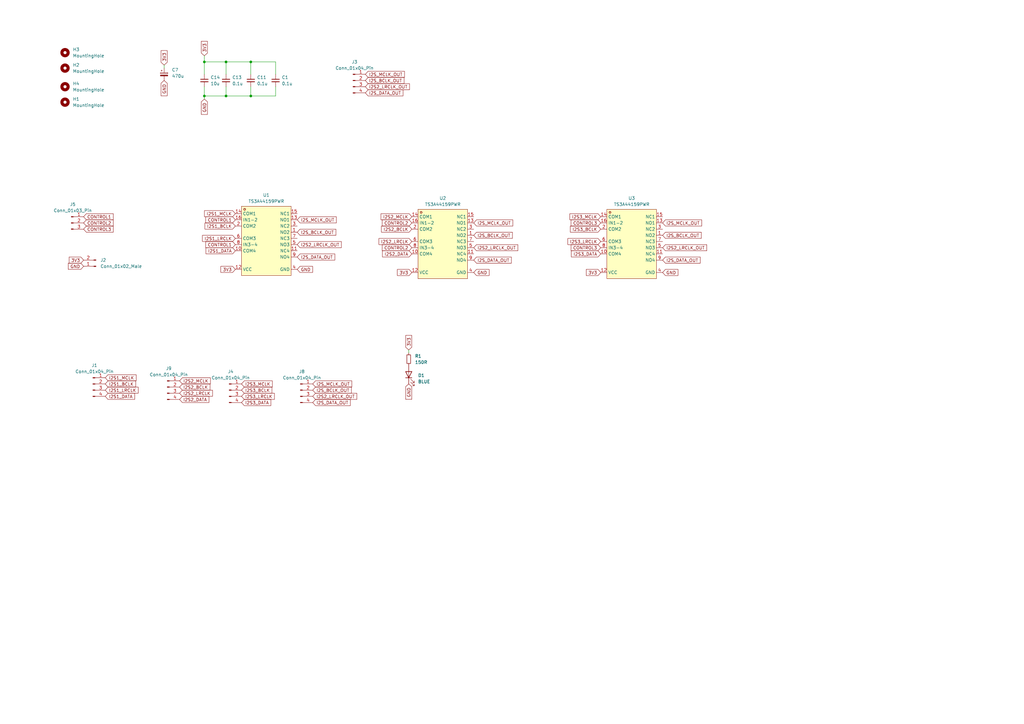
<source format=kicad_sch>
(kicad_sch (version 20231120) (generator "eeschema") (generator_version "8.0")
  (paper "A3")
  (lib_symbols
    (symbol "Connector:Conn_01x02_Male" (pin_names (offset 1.016) hide)
      (property "Reference" "J" (at 0 2.54 0))
      (property "Value" "Conn_01x02_Male" (at 0 -5.08 0))
      (symbol "Conn_01x02_Male_1_1"
        (polyline (pts (xy 1.27 -2.54) (xy 0.8636 -2.54)) (stroke (width 0.1524)))
        (polyline (pts (xy 1.27 0) (xy 0.8636 0)) (stroke (width 0.1524)))
        (rectangle (start 0.8636 -2.413) (end 0 -2.667) (stroke (width 0.1524)) (fill (type outline)))
        (rectangle (start 0.8636 0.127) (end 0 -0.127) (stroke (width 0.1524)) (fill (type outline)))
        (pin passive line (at 5.08 0 180) (length 3.81) (name "Pin_1") (number "1"))
        (pin passive line (at 5.08 -2.54 180) (length 3.81) (name "Pin_2") (number "2"))
      )
    )
    (symbol "Connector:Conn_01x03_Pin" (pin_names (offset 1.016) hide)
      (property "Reference" "J" (at 0 5.08 0))
      (property "Value" "Conn_01x03_Pin" (at 0 -5.08 0))
      (symbol "Conn_01x03_Pin_1_1"
        (polyline (pts (xy 1.27 -2.54) (xy 0.8636 -2.54)) (stroke (width 0.1524)))
        (polyline (pts (xy 1.27 0) (xy 0.8636 0)) (stroke (width 0.1524)))
        (polyline (pts (xy 1.27 2.54) (xy 0.8636 2.54)) (stroke (width 0.1524)))
        (rectangle (start 0.8636 -2.413) (end 0 -2.667) (stroke (width 0.1524)) (fill (type outline)))
        (rectangle (start 0.8636 0.127) (end 0 -0.127) (stroke (width 0.1524)) (fill (type outline)))
        (rectangle (start 0.8636 2.667) (end 0 2.413) (stroke (width 0.1524)) (fill (type outline)))
        (pin passive line (at 5.08 2.54 180) (length 3.81) (name "Pin_1") (number "1"))
        (pin passive line (at 5.08 0 180) (length 3.81) (name "Pin_2") (number "2"))
        (pin passive line (at 5.08 -2.54 180) (length 3.81) (name "Pin_3") (number "3"))
      )
    )
    (symbol "Connector:Conn_01x04_Pin" (pin_names (offset 1.016) hide)
      (property "Reference" "J" (at 0 5.08 0))
      (property "Value" "Conn_01x04_Pin" (at 0 -7.62 0))
      (symbol "Conn_01x04_Pin_1_1"
        (polyline (pts (xy 1.27 -5.08) (xy 0.8636 -5.08)) (stroke (width 0.1524)))
        (polyline (pts (xy 1.27 -2.54) (xy 0.8636 -2.54)) (stroke (width 0.1524)))
        (polyline (pts (xy 1.27 0) (xy 0.8636 0)) (stroke (width 0.1524)))
        (polyline (pts (xy 1.27 2.54) (xy 0.8636 2.54)) (stroke (width 0.1524)))
        (rectangle (start 0.8636 -4.953) (end 0 -5.207) (stroke (width 0.1524)) (fill (type outline)))
        (rectangle (start 0.8636 -2.413) (end 0 -2.667) (stroke (width 0.1524)) (fill (type outline)))
        (rectangle (start 0.8636 0.127) (end 0 -0.127) (stroke (width 0.1524)) (fill (type outline)))
        (rectangle (start 0.8636 2.667) (end 0 2.413) (stroke (width 0.1524)) (fill (type outline)))
        (pin passive line (at 5.08 2.54 180) (length 3.81) (name "Pin_1") (number "1"))
        (pin passive line (at 5.08 0 180) (length 3.81) (name "Pin_2") (number "2"))
        (pin passive line (at 5.08 -2.54 180) (length 3.81) (name "Pin_3") (number "3"))
        (pin passive line (at 5.08 -5.08 180) (length 3.81) (name "Pin_4") (number "4"))
      )
    )
    (symbol "Device:C_Polarized_Small" (pin_numbers hide) (pin_names (offset 0.254) hide)
      (property "Reference" "C" (at 0.254 1.778 0))
      (property "Value" "C_Polarized_Small" (at 0.254 -2.032 0))
      (symbol "C_Polarized_Small_0_1"
        (rectangle (start -1.524 -0.3048) (end 1.524 -0.6858) (fill (type outline)))
        (rectangle (start -1.524 0.6858) (end 1.524 0.3048))
        (polyline (pts (xy -1.27 1.524) (xy -0.762 1.524)))
        (polyline (pts (xy -1.016 1.27) (xy -1.016 1.778)))
      )
      (symbol "C_Polarized_Small_1_1"
        (pin passive line (at 0 2.54 270) (length 1.8542) (name "~") (number "1"))
        (pin passive line (at 0 -2.54 90) (length 1.8542) (name "~") (number "2"))
      )
    )
    (symbol "Device:C_Small" (pin_numbers hide) (pin_names (offset 0.254) hide)
      (property "Reference" "C" (at 0.254 1.778 0))
      (property "Value" "C_Small" (at 0.254 -2.032 0))
      (symbol "C_Small_0_1"
        (polyline (pts (xy -1.524 -0.508) (xy 1.524 -0.508)) (stroke (width 0.3302)))
        (polyline (pts (xy -1.524 0.508) (xy 1.524 0.508)) (stroke (width 0.3048)))
      )
      (symbol "C_Small_1_1"
        (pin passive line (at 0 2.54 270) (length 2.032) (name "~") (number "1"))
        (pin passive line (at 0 -2.54 90) (length 2.032) (name "~") (number "2"))
      )
    )
    (symbol "Device:LED" (pin_numbers hide) (pin_names (offset 1.016) hide)
      (property "Reference" "D" (at 0 2.54 0))
      (property "Value" "LED" (at 0 -2.54 0))
      (symbol "LED_0_1"
        (polyline (pts (xy -1.27 -1.27) (xy -1.27 1.27)) (stroke (width 0.254)))
        (polyline (pts (xy -1.27 0) (xy 1.27 0)))
        (polyline (pts (xy 1.27 -1.27) (xy 1.27 1.27) (xy -1.27 0) (xy 1.27 -1.27)) (stroke (width 0.254)))
        (polyline (pts (xy -3.048 -0.762) (xy -4.572 -2.286) (xy -3.81 -2.286) (xy -4.572 -2.286) (xy -4.572 -1.524)))
        (polyline (pts (xy -1.778 -0.762) (xy -3.302 -2.286) (xy -2.54 -2.286) (xy -3.302 -2.286) (xy -3.302 -1.524)))
      )
      (symbol "LED_1_1"
        (pin passive line (at -3.81 0 0) (length 2.54) (name "K") (number "1"))
        (pin passive line (at 3.81 0 180) (length 2.54) (name "A") (number "2"))
      )
    )
    (symbol "Device:R_Small" (pin_numbers hide) (pin_names (offset 0.254) hide)
      (property "Reference" "R" (at 0.762 0.508 0))
      (property "Value" "R_Small" (at 0.762 -1.016 0))
      (symbol "R_Small_0_1"
        (rectangle (start -0.762 1.778) (end 0.762 -1.778) (stroke (width 0.2032)))
      )
      (symbol "R_Small_1_1"
        (pin passive line (at 0 2.54 270) (length 0.762) (name "~") (number "1"))
        (pin passive line (at 0 -2.54 90) (length 0.762) (name "~") (number "2"))
      )
    )
    (symbol "Mechanical:MountingHole" (pin_names (offset 1.016))
      (property "Reference" "H" (at 0 5.08 0))
      (property "Value" "MountingHole" (at 0 3.175 0))
      (symbol "MountingHole_0_1"
        (circle (center 0 0) (radius 1.27) (stroke (width 1.27)))
      )
    )
    (symbol "easyeda2kicad:TS3A44159PWR"
      (property "Reference" "U" (at 0 13.97 0))
      (property "Value" "TS3A44159PWR" (at 0 -19.05 0))
      (symbol "TS3A44159PWR_0_1"
        (rectangle (start -10.16 11.94) (end 10.16 -16.51) (fill (type background)))
        (circle (center -8.89 10.67) (radius 0.38))
        (circle (center -8.89 10.67) (radius 0.38))
        (pin unspecified line (at 12.7 1.27 180) (length 2.54) (name "NO2") (number "1"))
        (pin unspecified line (at -12.7 -6.35 0) (length 2.54) (name "COM4") (number "10"))
        (pin unspecified line (at 12.7 -6.35 180) (length 2.54) (name "NC4") (number "11"))
        (pin unspecified line (at -12.7 -13.97 0) (length 2.54) (name "VCC") (number "12"))
        (pin unspecified line (at 12.7 6.35 180) (length 2.54) (name "NO1") (number "13"))
        (pin unspecified line (at -12.7 8.89 0) (length 2.54) (name "COM1") (number "14"))
        (pin unspecified line (at 12.7 8.89 180) (length 2.54) (name "NC1") (number "15"))
        (pin unspecified line (at -12.7 6.35 0) (length 2.54) (name "IN1-2") (number "16"))
        (pin unspecified line (at -12.7 3.81 0) (length 2.54) (name "COM2") (number "2"))
        (pin unspecified line (at 12.7 3.81 180) (length 2.54) (name "NC2") (number "3"))
        (pin unspecified line (at 12.7 -13.97 180) (length 2.54) (name "GND") (number "4"))
        (pin unspecified line (at 12.7 -3.81 180) (length 2.54) (name "NO3") (number "5"))
        (pin unspecified line (at -12.7 -1.27 0) (length 2.54) (name "COM3") (number "6"))
        (pin unspecified line (at 12.7 -1.27 180) (length 2.54) (name "NC3") (number "7"))
        (pin unspecified line (at -12.7 -3.81 0) (length 2.54) (name "IN3-4") (number "8"))
        (pin unspecified line (at 12.7 -8.89 180) (length 2.54) (name "NO4") (number "9"))
      )
    )
  )
  (junction (at 102.87 39.37))
  (junction (at 92.71 39.37))
  (junction (at 102.87 25.4))
  (junction (at 83.82 39.37))
  (junction (at 92.71 25.4))
  (junction (at 83.82 25.4))
  (wire (pts (xy 167.64 143.51) (xy 167.64 144.78)))
  (wire (pts (xy 92.71 30.48) (xy 92.71 25.4)))
  (wire (pts (xy 92.71 39.37) (xy 83.82 39.37)))
  (wire (pts (xy 113.03 39.37) (xy 102.87 39.37)))
  (wire (pts (xy 92.71 35.56) (xy 92.71 39.37)))
  (wire (pts (xy 113.03 25.4) (xy 113.03 30.48)))
  (wire (pts (xy 102.87 39.37) (xy 92.71 39.37)))
  (wire (pts (xy 83.82 30.48) (xy 83.82 25.4)))
  (wire (pts (xy 83.82 40.64) (xy 83.82 39.37)))
  (wire (pts (xy 113.03 35.56) (xy 113.03 39.37)))
  (wire (pts (xy 83.82 25.4) (xy 83.82 22.86)))
  (wire (pts (xy 92.71 25.4) (xy 102.87 25.4)))
  (wire (pts (xy 67.31 26.67) (xy 67.31 27.94)))
  (wire (pts (xy 92.71 25.4) (xy 83.82 25.4)))
  (wire (pts (xy 102.87 35.56) (xy 102.87 39.37)))
  (wire (pts (xy 83.82 39.37) (xy 83.82 35.56)))
  (wire (pts (xy 102.87 25.4) (xy 102.87 30.48)))
  (wire (pts (xy 102.87 25.4) (xy 113.03 25.4)))
  (global_label "I2S_MCLK_OUT" (shape input) (at 121.92 90.17 0) (property "Intersheetrefs" "${INTERSHEET_REFS}" (effects (hide yes))))
  (global_label "CONTROL1" (shape input) (at 96.52 90.17 180) (property "Intersheetrefs" "${INTERSHEET_REFS}" (effects (hide yes))))
  (global_label "I2S_MCLK_OUT" (shape input) (at 271.78 91.44 0) (property "Intersheetrefs" "${INTERSHEET_REFS}" (effects (hide yes))))
  (global_label "I2S2_LRCLK_OUT" (shape input) (at 194.31 101.6 0) (property "Intersheetrefs" "${INTERSHEET_REFS}" (effects (hide yes))))
  (global_label "3V3" (shape input) (at 168.91 111.76 180) (property "Intersheetrefs" "${INTERSHEET_REFS}" (effects (hide yes))))
  (global_label "I2S1_LRCLK" (shape input) (at 43.18 160.02 0) (property "Intersheetrefs" "${INTERSHEET_REFS}" (effects (hide yes))))
  (global_label "3V3" (shape input) (at 83.82 22.86 90) (property "Intersheetrefs" "${INTERSHEET_REFS}" (effects (hide yes))))
  (global_label "I2S3_LRCLK" (shape input) (at 99.06 162.56 0) (property "Intersheetrefs" "${INTERSHEET_REFS}" (effects (hide yes))))
  (global_label "A0" (shape input) (at 218.44 -137.16 180) (property "Intersheetrefs" "${INTERSHEET_REFS}" (effects (hide yes))))
  (global_label "CONTROL2" (shape input) (at 168.91 91.44 180) (property "Intersheetrefs" "${INTERSHEET_REFS}" (effects (hide yes))))
  (global_label "I2S1_DATA" (shape input) (at 43.18 162.56 0) (property "Intersheetrefs" "${INTERSHEET_REFS}" (effects (hide yes))))
  (global_label "I2S_BCLK_OUT" (shape input) (at 128.27 160.02 0) (property "Intersheetrefs" "${INTERSHEET_REFS}" (effects (hide yes))))
  (global_label "I2S2_LRCLK" (shape input) (at 168.91 99.06 180) (property "Intersheetrefs" "${INTERSHEET_REFS}" (effects (hide yes))))
  (global_label "CONTROL3" (shape input) (at 246.38 101.6 180) (property "Intersheetrefs" "${INTERSHEET_REFS}" (effects (hide yes))))
  (global_label "CONTROL3" (shape input) (at 34.29 93.98 0) (property "Intersheetrefs" "${INTERSHEET_REFS}" (effects (hide yes))))
  (global_label "3V3" (shape input) (at 34.29 106.68 180) (property "Intersheetrefs" "${INTERSHEET_REFS}" (effects (hide yes))))
  (global_label "I2S_BCLK_OUT" (shape input) (at 149.86 33.02 0) (property "Intersheetrefs" "${INTERSHEET_REFS}" (effects (hide yes))))
  (global_label "GND" (shape input) (at 34.29 109.22 180) (property "Intersheetrefs" "${INTERSHEET_REFS}" (effects (hide yes))))
  (global_label "I2S_DATA_OUT" (shape input) (at 271.78 106.68 0) (property "Intersheetrefs" "${INTERSHEET_REFS}" (effects (hide yes))))
  (global_label "GND" (shape input) (at 121.92 110.49 0) (property "Intersheetrefs" "${INTERSHEET_REFS}" (effects (hide yes))))
  (global_label "I2S1_BCLK" (shape input) (at 96.52 92.71 180) (property "Intersheetrefs" "${INTERSHEET_REFS}" (effects (hide yes))))
  (global_label "I2S2_LRCLK_OUT" (shape input) (at 121.92 100.33 0) (property "Intersheetrefs" "${INTERSHEET_REFS}" (effects (hide yes))))
  (global_label "I2S3_LRCLK" (shape input) (at 246.38 99.06 180) (property "Intersheetrefs" "${INTERSHEET_REFS}" (effects (hide yes))))
  (global_label "I2S1_DATA" (shape input) (at 96.52 102.87 180) (property "Intersheetrefs" "${INTERSHEET_REFS}" (effects (hide yes))))
  (global_label "3V3" (shape input) (at 67.31 26.67 90) (property "Intersheetrefs" "${INTERSHEET_REFS}" (effects (hide yes))))
  (global_label "I2S3_DATA" (shape input) (at 246.38 104.14 180) (property "Intersheetrefs" "${INTERSHEET_REFS}" (effects (hide yes))))
  (global_label "I2S2_LRCLK_OUT" (shape input) (at 271.78 101.6 0) (property "Intersheetrefs" "${INTERSHEET_REFS}" (effects (hide yes))))
  (global_label "I2S3_BCLK" (shape input) (at 99.06 160.02 0) (property "Intersheetrefs" "${INTERSHEET_REFS}" (effects (hide yes))))
  (global_label "I2S3_MCLK" (shape input) (at 99.06 157.48 0) (property "Intersheetrefs" "${INTERSHEET_REFS}" (effects (hide yes))))
  (global_label "I2S3_DATA" (shape input) (at 99.06 165.1 0) (property "Intersheetrefs" "${INTERSHEET_REFS}" (effects (hide yes))))
  (global_label "I2S2_DATA" (shape input) (at 168.91 104.14 180) (property "Intersheetrefs" "${INTERSHEET_REFS}" (effects (hide yes))))
  (global_label "I2S1_BCLK" (shape input) (at 43.18 157.48 0) (property "Intersheetrefs" "${INTERSHEET_REFS}" (effects (hide yes))))
  (global_label "I2S_MCLK_OUT" (shape input) (at 128.27 157.48 0) (property "Intersheetrefs" "${INTERSHEET_REFS}" (effects (hide yes))))
  (global_label "I2S2_BCLK" (shape input) (at 73.66 158.75 0) (property "Intersheetrefs" "${INTERSHEET_REFS}" (effects (hide yes))))
  (global_label "I2S2_LRCLK_OUT" (shape input) (at 149.86 35.56 0) (property "Intersheetrefs" "${INTERSHEET_REFS}" (effects (hide yes))))
  (global_label "3V3" (shape input) (at 96.52 110.49 180) (property "Intersheetrefs" "${INTERSHEET_REFS}" (effects (hide yes))))
  (global_label "I2S_DATA_OUT" (shape input) (at 128.27 165.1 0) (property "Intersheetrefs" "${INTERSHEET_REFS}" (effects (hide yes))))
  (global_label "CONTROL3" (shape input) (at 246.38 91.44 180) (property "Intersheetrefs" "${INTERSHEET_REFS}" (effects (hide yes))))
  (global_label "I2S3_BCLK" (shape input) (at 246.38 93.98 180) (property "Intersheetrefs" "${INTERSHEET_REFS}" (effects (hide yes))))
  (global_label "I2S_MCLK_OUT" (shape input) (at 194.31 91.44 0) (property "Intersheetrefs" "${INTERSHEET_REFS}" (effects (hide yes))))
  (global_label "CONTROL2" (shape input) (at 34.29 91.44 0) (property "Intersheetrefs" "${INTERSHEET_REFS}" (effects (hide yes))))
  (global_label "I2S1_LRCLK" (shape input) (at 96.52 97.79 180) (property "Intersheetrefs" "${INTERSHEET_REFS}" (effects (hide yes))))
  (global_label "I2S1_MCLK" (shape input) (at 96.52 87.63 180) (property "Intersheetrefs" "${INTERSHEET_REFS}" (effects (hide yes))))
  (global_label "GND" (shape input) (at 67.31 33.02 270) (property "Intersheetrefs" "${INTERSHEET_REFS}" (effects (hide yes))))
  (global_label "CONTROL1" (shape input) (at 34.29 88.9 0) (property "Intersheetrefs" "${INTERSHEET_REFS}" (effects (hide yes))))
  (global_label "3V3" (shape input) (at 167.64 143.51 90) (property "Intersheetrefs" "${INTERSHEET_REFS}" (effects (hide yes))))
  (global_label "I2S_DATA_OUT" (shape input) (at 121.92 105.41 0) (property "Intersheetrefs" "${INTERSHEET_REFS}" (effects (hide yes))))
  (global_label "I2S_DATA_OUT" (shape input) (at 149.86 38.1 0) (property "Intersheetrefs" "${INTERSHEET_REFS}" (effects (hide yes))))
  (global_label "CONTROL2" (shape input) (at 168.91 101.6 180) (property "Intersheetrefs" "${INTERSHEET_REFS}" (effects (hide yes))))
  (global_label "I2S_BCLK_OUT" (shape input) (at 194.31 96.52 0) (property "Intersheetrefs" "${INTERSHEET_REFS}" (effects (hide yes))))
  (global_label "I2S2_MCLK" (shape input) (at 73.66 156.21 0) (property "Intersheetrefs" "${INTERSHEET_REFS}" (effects (hide yes))))
  (global_label "I2S_MCLK_OUT" (shape input) (at 149.86 30.48 0) (property "Intersheetrefs" "${INTERSHEET_REFS}" (effects (hide yes))))
  (global_label "GND" (shape input) (at 271.78 111.76 0) (property "Intersheetrefs" "${INTERSHEET_REFS}" (effects (hide yes))))
  (global_label "I2S2_DATA" (shape input) (at 73.66 163.83 0) (property "Intersheetrefs" "${INTERSHEET_REFS}" (effects (hide yes))))
  (global_label "I2S2_LRCLK_OUT" (shape input) (at 128.27 162.56 0) (property "Intersheetrefs" "${INTERSHEET_REFS}" (effects (hide yes))))
  (global_label "CONTROL1" (shape input) (at 96.52 100.33 180) (property "Intersheetrefs" "${INTERSHEET_REFS}" (effects (hide yes))))
  (global_label "GND" (shape input) (at 194.31 111.76 0) (property "Intersheetrefs" "${INTERSHEET_REFS}" (effects (hide yes))))
  (global_label "I2S2_MCLK" (shape input) (at 168.91 88.9 180) (property "Intersheetrefs" "${INTERSHEET_REFS}" (effects (hide yes))))
  (global_label "I2S_BCLK_OUT" (shape input) (at 271.78 96.52 0) (property "Intersheetrefs" "${INTERSHEET_REFS}" (effects (hide yes))))
  (global_label "I2S_DATA_OUT" (shape input) (at 194.31 106.68 0) (property "Intersheetrefs" "${INTERSHEET_REFS}" (effects (hide yes))))
  (global_label "GND" (shape input) (at 167.64 157.48 270) (property "Intersheetrefs" "${INTERSHEET_REFS}" (effects (hide yes))))
  (global_label "3V3" (shape input) (at 246.38 111.76 180) (property "Intersheetrefs" "${INTERSHEET_REFS}" (effects (hide yes))))
  (global_label "GND" (shape input) (at 83.82 40.64 270) (property "Intersheetrefs" "${INTERSHEET_REFS}" (effects (hide yes))))
  (global_label "I2S2_BCLK" (shape input) (at 168.91 93.98 180) (property "Intersheetrefs" "${INTERSHEET_REFS}" (effects (hide yes))))
  (global_label "I2S1_MCLK" (shape input) (at 43.18 154.94 0) (property "Intersheetrefs" "${INTERSHEET_REFS}" (effects (hide yes))))
  (global_label "I2S_BCLK_OUT" (shape input) (at 121.92 95.25 0) (property "Intersheetrefs" "${INTERSHEET_REFS}" (effects (hide yes))))
  (global_label "I2S2_LRCLK" (shape input) (at 73.66 161.29 0) (property "Intersheetrefs" "${INTERSHEET_REFS}" (effects (hide yes))))
  (global_label "I2S3_MCLK" (shape input) (at 246.38 88.9 180) (property "Intersheetrefs" "${INTERSHEET_REFS}" (effects (hide yes))))
  (symbol (lib_id "Connector:Conn_01x02_Male") (at 39.37 109.22 180) (unit 1)
    (property "Reference" "J2" (at 41.148 106.6799 0) (effects (justify right)))
    (property "Value" "Conn_01x02_Male" (at 41.148 109.2199 0) (effects (justify right)))
    (property "Footprint" "Connector_JST:JST_PH_B2B-PH-K_1x02_P2.00mm_Vertical" (effects (hide yes)))
  )
  (symbol (lib_id "Device:C_Small") (at 102.87 33.02 0) (unit 1)
    (property "Reference" "C11" (at 105.41 31.7562 0) (effects (justify left)))
    (property "Value" "0.1u" (at 105.41 34.2962 0) (effects (justify left)))
    (property "Footprint" "Capacitor_SMD:C_0805_2012Metric_Pad1.18x1.45mm_HandSolder" (effects (hide yes)))
    (property "Description" "Unpolarized capacitor, small symbol" (effects (hide yes)))
  )
  (symbol (lib_id "Connector:Conn_01x03_Pin") (at 29.21 91.44 0) (unit 1)
    (property "Reference" "J5" (at 29.845 83.82 0))
    (property "Value" "Conn_01x03_Pin" (at 29.845 86.36 0))
    (property "Footprint" "Connector_JST:JST_PH_B3B-PH-K_1x03_P2.00mm_Vertical" (effects (hide yes)))
    (property "Description" "Generic connector, single row, 01x03, script generated" (effects (hide yes)))
  )
  (symbol (lib_id "easyeda2kicad:TS3A44159PWR") (at 109.22 96.52 0) (unit 1)
    (property "Reference" "U1" (at 109.22 80.01 0))
    (property "Value" "TS3A44159PWR" (at 109.22 82.55 0))
    (property "Footprint" "easyeda2kicad:TSSOP-16_L5.0-W4.4-P0.65-LS6.4-BL" (effects (hide yes)))
    (property "Datasheet" "https://lcsc.com/product-detail/Analog-Switches_TI_TS3A44159PWR_TS3A44159PWR_C151886.html" (effects (hide yes)))
    (property "LCSC Part" "C151886" (effects (hide yes)))
    (property "Mouser" "595-TS3A44159PWR " (effects (hide yes)))
  )
  (symbol (lib_id "Device:C_Small") (at 83.82 33.02 0) (unit 1)
    (property "Reference" "C14" (at 86.36 31.7562 0) (effects (justify left)))
    (property "Value" "10u" (at 86.36 34.2962 0) (effects (justify left)))
    (property "Footprint" "Capacitor_SMD:C_1206_3216Metric_Pad1.33x1.80mm_HandSolder" (effects (hide yes)))
    (property "Description" "Unpolarized capacitor, small symbol" (effects (hide yes)))
  )
  (symbol (lib_id "easyeda2kicad:TS3A44159PWR") (at 181.61 97.79 0) (unit 1)
    (property "Reference" "U2" (at 181.61 81.28 0))
    (property "Value" "TS3A44159PWR" (at 181.61 83.82 0))
    (property "Footprint" "easyeda2kicad:TSSOP-16_L5.0-W4.4-P0.65-LS6.4-BL" (effects (hide yes)))
    (property "Datasheet" "https://lcsc.com/product-detail/Analog-Switches_TI_TS3A44159PWR_TS3A44159PWR_C151886.html" (effects (hide yes)))
    (property "LCSC Part" "C151886" (effects (hide yes)))
    (property "Mouser" "595-TS3A44159PWR " (effects (hide yes)))
  )
  (symbol (lib_id "Mechanical:MountingHole") (at 26.67 35.56 0) (unit 1)
    (property "Reference" "H4" (at 29.845 34.2899 0) (effects (justify left)))
    (property "Value" "MountingHole" (at 29.845 36.8299 0) (effects (justify left)))
    (property "Footprint" "MountingHole:MountingHole_3.2mm_M3_DIN965_Pad_TopOnly" (effects (hide yes)))
  )
  (symbol (lib_id "Connector:Conn_01x04_Pin") (at 123.19 160.02 0) (unit 1)
    (property "Reference" "J8" (at 123.825 152.4 0))
    (property "Value" "Conn_01x04_Pin" (at 123.825 154.94 0))
    (property "Footprint" "Connector_JST:JST_PH_B4B-PH-K_1x04_P2.00mm_Vertical" (effects (hide yes)))
    (property "Description" "Generic connector, single row, 01x04, script generated" (effects (hide yes)))
  )
  (symbol (lib_id "Connector:Conn_01x04_Pin") (at 93.98 160.02 0) (unit 1)
    (property "Reference" "J4" (at 94.615 152.4 0))
    (property "Value" "Conn_01x04_Pin" (at 94.615 154.94 0))
    (property "Footprint" "Connector_JST:JST_PH_B4B-PH-K_1x04_P2.00mm_Vertical" (effects (hide yes)))
    (property "Description" "Generic connector, single row, 01x04, script generated" (effects (hide yes)))
  )
  (symbol (lib_id "Mechanical:MountingHole") (at 26.67 21.59 0) (unit 1)
    (property "Reference" "H3" (at 29.845 20.3199 0) (effects (justify left)))
    (property "Value" "MountingHole" (at 29.845 22.8599 0) (effects (justify left)))
    (property "Footprint" "MountingHole:MountingHole_3.2mm_M3_DIN965_Pad_TopOnly" (effects (hide yes)))
  )
  (symbol (lib_id "easyeda2kicad:TS3A44159PWR") (at 259.08 97.79 0) (unit 1)
    (property "Reference" "U3" (at 259.08 81.28 0))
    (property "Value" "TS3A44159PWR" (at 259.08 83.82 0))
    (property "Footprint" "easyeda2kicad:TSSOP-16_L5.0-W4.4-P0.65-LS6.4-BL" (effects (hide yes)))
    (property "Datasheet" "https://lcsc.com/product-detail/Analog-Switches_TI_TS3A44159PWR_TS3A44159PWR_C151886.html" (effects (hide yes)))
    (property "LCSC Part" "C151886" (effects (hide yes)))
    (property "Mouser" "595-TS3A44159PWR " (effects (hide yes)))
  )
  (symbol (lib_id "Connector:Conn_01x04_Pin") (at 68.58 158.75 0) (unit 1)
    (property "Reference" "J9" (at 69.215 151.13 0))
    (property "Value" "Conn_01x04_Pin" (at 69.215 153.67 0))
    (property "Footprint" "Connector_JST:JST_PH_B4B-PH-K_1x04_P2.00mm_Vertical" (effects (hide yes)))
    (property "Description" "Generic connector, single row, 01x04, script generated" (effects (hide yes)))
  )
  (symbol (lib_id "Device:C_Small") (at 92.71 33.02 0) (unit 1)
    (property "Reference" "C13" (at 95.25 31.7562 0) (effects (justify left)))
    (property "Value" "0.1u" (at 95.25 34.2962 0) (effects (justify left)))
    (property "Footprint" "Capacitor_SMD:C_0805_2012Metric_Pad1.18x1.45mm_HandSolder" (effects (hide yes)))
    (property "Description" "Unpolarized capacitor, small symbol" (effects (hide yes)))
  )
  (symbol (lib_id "Device:LED") (at 167.64 153.67 90) (unit 1)
    (property "Reference" "D1" (at 171.45 153.9874 90) (effects (justify right)))
    (property "Value" "BLUE" (at 171.45 156.5274 90) (effects (justify right)))
    (property "Footprint" "LED_SMD:LED_0603_1608Metric" (effects (hide yes)))
    (property "Description" "Light emitting diode" (effects (hide yes)))
  )
  (symbol (lib_id "Device:R_Small") (at 167.64 147.32 0) (unit 1)
    (property "Reference" "R1" (at 170.18 146.0499 0) (effects (justify left)))
    (property "Value" "150R" (at 170.18 148.5899 0) (effects (justify left)))
    (property "Footprint" "Resistor_SMD:R_0603_1608Metric" (effects (hide yes)))
    (property "Description" "Resistor, small symbol" (effects (hide yes)))
  )
  (symbol (lib_id "Mechanical:MountingHole") (at 26.67 41.91 0) (unit 1)
    (property "Reference" "H1" (at 29.845 40.6399 0) (effects (justify left)))
    (property "Value" "MountingHole" (at 29.845 43.1799 0) (effects (justify left)))
    (property "Footprint" "MountingHole:MountingHole_3.2mm_M3_DIN965_Pad_TopOnly" (effects (hide yes)))
  )
  (symbol (lib_id "Device:C_Polarized_Small") (at 67.31 30.48 0) (unit 1)
    (property "Reference" "C7" (at 70.485 28.6639 0) (effects (justify left)))
    (property "Value" "470u" (at 70.485 31.2039 0) (effects (justify left)))
    (property "Footprint" "Capacitor_THT:CP_Radial_D6.3mm_P2.50mm" (effects (hide yes)))
  )
  (symbol (lib_id "Device:C_Small") (at 113.03 33.02 0) (unit 1)
    (property "Reference" "C1" (at 115.57 31.7562 0) (effects (justify left)))
    (property "Value" "0.1u" (at 115.57 34.2962 0) (effects (justify left)))
    (property "Footprint" "Capacitor_SMD:C_0805_2012Metric_Pad1.18x1.45mm_HandSolder" (effects (hide yes)))
    (property "Description" "Unpolarized capacitor, small symbol" (effects (hide yes)))
  )
  (symbol (lib_id "Mechanical:MountingHole") (at 26.67 27.94 0) (unit 1)
    (property "Reference" "H2" (at 29.845 26.6699 0) (effects (justify left)))
    (property "Value" "MountingHole" (at 29.845 29.2099 0) (effects (justify left)))
    (property "Footprint" "MountingHole:MountingHole_3.2mm_M3_DIN965_Pad_TopOnly" (effects (hide yes)))
  )
  (symbol (lib_id "Connector:Conn_01x04_Pin") (at 144.78 33.02 0) (unit 1)
    (property "Reference" "J3" (at 145.415 25.4 0))
    (property "Value" "Conn_01x04_Pin" (at 145.415 27.94 0))
    (property "Footprint" "Connector_PinHeader_2.54mm:PinHeader_1x04_P2.54mm_Vertical" (effects (hide yes)))
    (property "Description" "Generic connector, single row, 01x04, script generated" (effects (hide yes)))
  )
  (symbol (lib_id "Connector:Conn_01x04_Pin") (at 38.1 157.48 0) (unit 1)
    (property "Reference" "J1" (at 38.735 149.86 0))
    (property "Value" "Conn_01x04_Pin" (at 38.735 152.4 0))
    (property "Footprint" "Connector_JST:JST_PH_B4B-PH-K_1x04_P2.00mm_Vertical" (effects (hide yes)))
    (property "Description" "Generic connector, single row, 01x04, script generated" (effects (hide yes)))
  )
)
</source>
